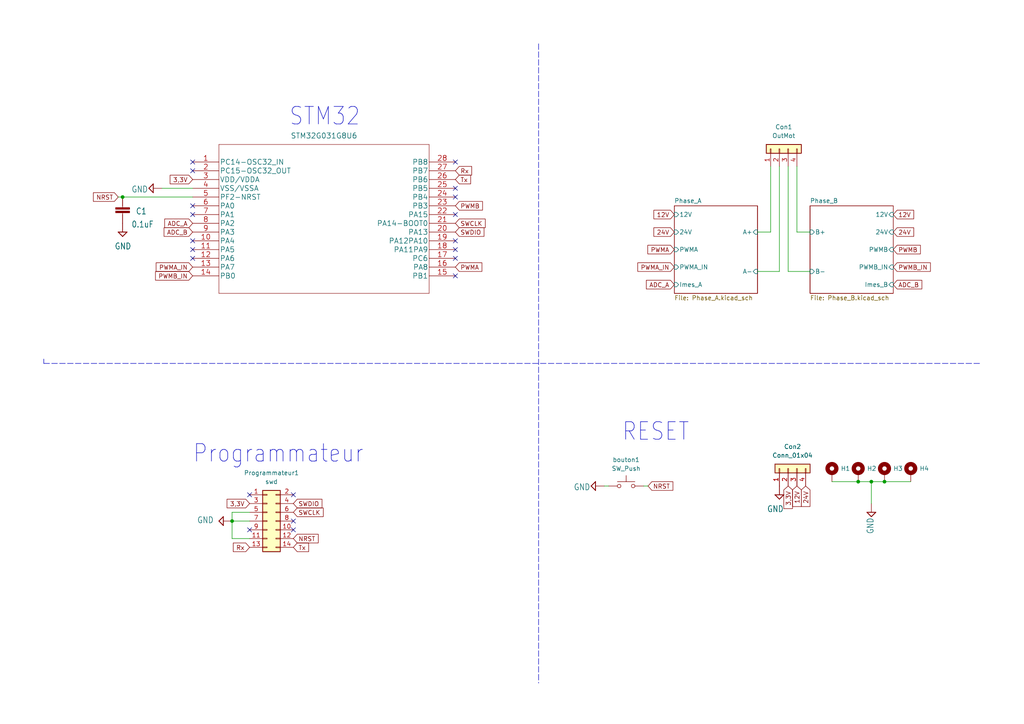
<source format=kicad_sch>
(kicad_sch (version 20211123) (generator eeschema)
  (paper "A4")
  (title_block (title "Driver Stepper Motor") (date "2022-12-27") (rev "2") (company "Tom CHARBONNEAU"))
  (lib_symbols
    (symbol "Connector_Generic:Conn_01x04" (pin_names (offset 1.016) hide)
      (property "Reference" "J" (at 0 5.08 0))
      (property "Value" "Conn_01x04" (at 0 -7.62 0))
      (symbol "Conn_01x04_1_1"
        (rectangle (start -1.27 -4.953) (end 0 -5.207) (stroke (width 0.1524)))
        (rectangle (start -1.27 -2.413) (end 0 -2.667) (stroke (width 0.1524)))
        (rectangle (start -1.27 0.127) (end 0 -0.127) (stroke (width 0.1524)))
        (rectangle (start -1.27 2.667) (end 0 2.413) (stroke (width 0.1524)))
        (rectangle (start -1.27 3.81) (end 1.27 -6.35) (stroke (width 0.254)) (fill (type background)))
        (pin passive line (at -5.08 2.54 0) (length 3.81) (name "Pin_1") (number "1"))
        (pin passive line (at -5.08 0 0) (length 3.81) (name "Pin_2") (number "2"))
        (pin passive line (at -5.08 -2.54 0) (length 3.81) (name "Pin_3") (number "3"))
        (pin passive line (at -5.08 -5.08 0) (length 3.81) (name "Pin_4") (number "4"))
      )
    )
    (symbol "Connector_Generic:Conn_02x07_Odd_Even" (pin_names (offset 1.016) hide)
      (property "Reference" "J" (at 1.27 10.16 0))
      (property "Value" "Conn_02x07_Odd_Even" (at 1.27 -10.16 0))
      (symbol "Conn_02x07_Odd_Even_1_1"
        (rectangle (start -1.27 -7.493) (end 0 -7.747) (stroke (width 0.1524)))
        (rectangle (start -1.27 -4.953) (end 0 -5.207) (stroke (width 0.1524)))
        (rectangle (start -1.27 -2.413) (end 0 -2.667) (stroke (width 0.1524)))
        (rectangle (start -1.27 0.127) (end 0 -0.127) (stroke (width 0.1524)))
        (rectangle (start -1.27 2.667) (end 0 2.413) (stroke (width 0.1524)))
        (rectangle (start -1.27 5.207) (end 0 4.953) (stroke (width 0.1524)))
        (rectangle (start -1.27 7.747) (end 0 7.493) (stroke (width 0.1524)))
        (rectangle (start -1.27 8.89) (end 3.81 -8.89) (stroke (width 0.254)) (fill (type background)))
        (rectangle (start 3.81 -7.493) (end 2.54 -7.747) (stroke (width 0.1524)))
        (rectangle (start 3.81 -4.953) (end 2.54 -5.207) (stroke (width 0.1524)))
        (rectangle (start 3.81 -2.413) (end 2.54 -2.667) (stroke (width 0.1524)))
        (rectangle (start 3.81 0.127) (end 2.54 -0.127) (stroke (width 0.1524)))
        (rectangle (start 3.81 2.667) (end 2.54 2.413) (stroke (width 0.1524)))
        (rectangle (start 3.81 5.207) (end 2.54 4.953) (stroke (width 0.1524)))
        (rectangle (start 3.81 7.747) (end 2.54 7.493) (stroke (width 0.1524)))
        (pin passive line (at -5.08 7.62 0) (length 3.81) (name "Pin_1") (number "1"))
        (pin passive line (at 7.62 -2.54 180) (length 3.81) (name "Pin_10") (number "10"))
        (pin passive line (at -5.08 -5.08 0) (length 3.81) (name "Pin_11") (number "11"))
        (pin passive line (at 7.62 -5.08 180) (length 3.81) (name "Pin_12") (number "12"))
        (pin passive line (at -5.08 -7.62 0) (length 3.81) (name "Pin_13") (number "13"))
        (pin passive line (at 7.62 -7.62 180) (length 3.81) (name "Pin_14") (number "14"))
        (pin passive line (at 7.62 7.62 180) (length 3.81) (name "Pin_2") (number "2"))
        (pin passive line (at -5.08 5.08 0) (length 3.81) (name "Pin_3") (number "3"))
        (pin passive line (at 7.62 5.08 180) (length 3.81) (name "Pin_4") (number "4"))
        (pin passive line (at -5.08 2.54 0) (length 3.81) (name "Pin_5") (number "5"))
        (pin passive line (at 7.62 2.54 180) (length 3.81) (name "Pin_6") (number "6"))
        (pin passive line (at -5.08 0 0) (length 3.81) (name "Pin_7") (number "7"))
        (pin passive line (at 7.62 0 180) (length 3.81) (name "Pin_8") (number "8"))
        (pin passive line (at -5.08 -2.54 0) (length 3.81) (name "Pin_9") (number "9"))
      )
    )
    (symbol "Mechanical:MountingHole_Pad" (pin_numbers hide) (pin_names (offset 1.016) hide)
      (property "Reference" "H" (at 0 6.35 0))
      (property "Value" "MountingHole_Pad" (at 0 4.445 0))
      (symbol "MountingHole_Pad_0_1"
        (circle (center 0 1.27) (radius 1.27) (stroke (width 1.27)))
      )
      (symbol "MountingHole_Pad_1_1"
        (pin input line (at 0 -2.54 90) (length 2.54) (name "1") (number "1"))
      )
    )
    (symbol "Switch:SW_Push" (pin_numbers hide) (pin_names (offset 1.016) hide)
      (property "Reference" "SW" (at 1.27 2.54 0))
      (property "Value" "SW_Push" (at 0 -1.524 0))
      (symbol "SW_Push_0_1"
        (circle (center -2.032 0) (radius 0.508))
        (polyline (pts (xy 0 1.27) (xy 0 3.048)))
        (polyline (pts (xy 2.54 1.27) (xy -2.54 1.27)))
        (circle (center 2.032 0) (radius 0.508))
        (pin passive line (at -5.08 0 0) (length 2.54) (name "1") (number "1"))
        (pin passive line (at 5.08 0 180) (length 2.54) (name "2") (number "2"))
      )
    )
    (symbol "stm32l021-eagle-import:C-EUC0603"
      (property "Reference" "C" (at 1.524 0.381 0))
      (property "Value" "C-EUC0603" (at 1.524 -4.699 0))
      (symbol "C-EUC0603_1_0"
        (rectangle (start -2.032 -2.032) (end 2.032 -1.524) (fill (type outline)))
        (rectangle (start -2.032 -1.016) (end 2.032 -0.508) (fill (type outline)))
        (polyline (pts (xy 0 -2.54) (xy 0 -2.032)) (stroke (width 0.1524)))
        (polyline (pts (xy 0 0) (xy 0 -0.508)) (stroke (width 0.1524)))
        (pin passive line (at 0 2.54 270) (length 2.54) (name "1") (number "1"))
        (pin passive line (at 0 -5.08 90) (length 2.54) (name "2") (number "2"))
      )
    )
    (symbol "stm32l021-eagle-import:GND" (power)
      (property "Value" "GND" (at -1.905 -3.175 0))
      (symbol "GND_1_0"
        (polyline (pts (xy -1.27 0) (xy 1.27 0)) (stroke (width 0.254)))
        (polyline (pts (xy 0 -1.27) (xy -1.27 0)) (stroke (width 0.254)))
        (polyline (pts (xy 1.27 0) (xy 0 -1.27)) (stroke (width 0.254)))
        (pin power_in line (at 0 2.54 270) (length 2.54) (name "GND") (number "1"))
      )
    )
    (symbol "stm:STM32G031G8U6" (pin_names (offset 0.254))
      (property "Reference" "U" (at 38.1 10.16 0))
      (property "Value" "STM32G031G8U6" (at 38.1 7.62 0))
      (symbol "STM32G031G8U6_1_1"
        (polyline (pts (xy 7.62 -38.1) (xy 68.58 -38.1)) (stroke (width 0.127)))
        (polyline (pts (xy 7.62 5.08) (xy 7.62 -38.1)) (stroke (width 0.127)))
        (polyline (pts (xy 68.58 -38.1) (xy 68.58 5.08)) (stroke (width 0.127)))
        (polyline (pts (xy 68.58 5.08) (xy 7.62 5.08)) (stroke (width 0.127)))
        (pin bidirectional line (at 0 0 0) (length 7.62) (name "PC14-OSC32_IN") (number "1"))
        (pin bidirectional line (at 0 -22.86 0) (length 7.62) (name "PA4") (number "10"))
        (pin bidirectional line (at 0 -25.4 0) (length 7.62) (name "PA5") (number "11"))
        (pin bidirectional line (at 0 -27.94 0) (length 7.62) (name "PA6") (number "12"))
        (pin bidirectional line (at 0 -30.48 0) (length 7.62) (name "PA7") (number "13"))
        (pin bidirectional line (at 0 -33.02 0) (length 7.62) (name "PB0") (number "14"))
        (pin bidirectional line (at 76.2 -33.02 180) (length 7.62) (name "PB1") (number "15"))
        (pin bidirectional line (at 76.2 -30.48 180) (length 7.62) (name "PA8") (number "16"))
        (pin bidirectional line (at 76.2 -27.94 180) (length 7.62) (name "PC6") (number "17"))
        (pin bidirectional line (at 76.2 -25.4 180) (length 7.62) (name "PA11PA9") (number "18"))
        (pin bidirectional line (at 76.2 -22.86 180) (length 7.62) (name "PA12PA10") (number "19"))
        (pin bidirectional line (at 0 -2.54 0) (length 7.62) (name "PC15-OSC32_OUT") (number "2"))
        (pin bidirectional line (at 76.2 -20.32 180) (length 7.62) (name "PA13") (number "20"))
        (pin bidirectional line (at 76.2 -17.78 180) (length 7.62) (name "PA14-BOOT0") (number "21"))
        (pin bidirectional line (at 76.2 -15.24 180) (length 7.62) (name "PA15") (number "22"))
        (pin bidirectional line (at 76.2 -12.7 180) (length 7.62) (name "PB3") (number "23"))
        (pin bidirectional line (at 76.2 -10.16 180) (length 7.62) (name "PB4") (number "24"))
        (pin bidirectional line (at 76.2 -7.62 180) (length 7.62) (name "PB5") (number "25"))
        (pin bidirectional line (at 76.2 -5.08 180) (length 7.62) (name "PB6") (number "26"))
        (pin bidirectional line (at 76.2 -2.54 180) (length 7.62) (name "PB7") (number "27"))
        (pin bidirectional line (at 76.2 0 180) (length 7.62) (name "PB8") (number "28"))
        (pin power_in line (at 0 -5.08 0) (length 7.62) (name "VDD/VDDA") (number "3"))
        (pin power_in line (at 0 -7.62 0) (length 7.62) (name "VSS/VSSA") (number "4"))
        (pin bidirectional line (at 0 -10.16 0) (length 7.62) (name "PF2-NRST") (number "5"))
        (pin bidirectional line (at 0 -12.7 0) (length 7.62) (name "PA0") (number "6"))
        (pin bidirectional line (at 0 -15.24 0) (length 7.62) (name "PA1") (number "7"))
        (pin bidirectional line (at 0 -17.78 0) (length 7.62) (name "PA2") (number "8"))
        (pin bidirectional line (at 0 -20.32 0) (length 7.62) (name "PA3") (number "9"))
      )
    )
  )
  (junction (at 252.73 139.7))
  (junction (at 256.54 139.7))
  (junction (at 248.92 139.7))
  (junction (at 35.56 57.15))
  (junction (at 67.31 151.13))
  (no_connect (at 132.08 80.01))
  (no_connect (at 132.08 74.93))
  (no_connect (at 55.88 59.69))
  (no_connect (at 132.08 69.85))
  (no_connect (at 132.08 54.61))
  (no_connect (at 55.88 46.99))
  (no_connect (at 72.39 153.67))
  (no_connect (at 132.08 62.23))
  (no_connect (at 72.39 143.51))
  (no_connect (at 132.08 46.99))
  (no_connect (at 55.88 62.23))
  (no_connect (at 55.88 72.39))
  (no_connect (at 85.09 151.13))
  (no_connect (at 55.88 49.53))
  (no_connect (at 85.09 143.51))
  (no_connect (at 55.88 69.85))
  (no_connect (at 132.08 72.39))
  (no_connect (at 55.88 74.93))
  (no_connect (at 132.08 57.15))
  (no_connect (at 85.09 153.67))
  (wire (pts (xy 175.26 140.97) (xy 176.53 140.97)))
  (wire (pts (xy 46.99 54.61) (xy 55.88 54.61)))
  (wire (pts (xy 72.39 156.21) (xy 67.31 156.21)))
  (polyline (pts (xy 12.7 104.14) (xy 12.7 105.41)))
  (wire (pts (xy 234.95 78.74) (xy 228.6 78.74)))
  (wire (pts (xy 256.54 139.7) (xy 264.16 139.7)))
  (wire (pts (xy 186.69 140.97) (xy 187.96 140.97)))
  (wire (pts (xy 231.14 67.31) (xy 231.14 48.26)))
  (wire (pts (xy 228.6 78.74) (xy 228.6 48.26)))
  (wire (pts (xy 67.31 148.59) (xy 67.31 151.13)))
  (polyline (pts (xy 156.21 12.7) (xy 156.21 198.12)))
  (wire (pts (xy 35.56 57.15) (xy 55.88 57.15)))
  (wire (pts (xy 241.3 139.7) (xy 248.92 139.7)))
  (wire (pts (xy 219.71 67.31) (xy 223.52 67.31)))
  (wire (pts (xy 72.39 148.59) (xy 67.31 148.59)))
  (wire (pts (xy 67.31 151.13) (xy 72.39 151.13)))
  (wire (pts (xy 219.71 78.74) (xy 226.06 78.74)))
  (wire (pts (xy 34.29 57.15) (xy 35.56 57.15)))
  (polyline (pts (xy 12.7 105.41) (xy 284.48 105.41)))
  (wire (pts (xy 252.73 139.7) (xy 256.54 139.7)))
  (wire (pts (xy 67.31 156.21) (xy 67.31 151.13)))
  (wire (pts (xy 248.92 139.7) (xy 252.73 139.7)))
  (wire (pts (xy 252.73 139.7) (xy 252.73 146.05)))
  (wire (pts (xy 226.06 78.74) (xy 226.06 48.26)))
  (wire (pts (xy 234.95 67.31) (xy 231.14 67.31)))
  (wire (pts (xy 223.52 67.31) (xy 223.52 48.26)))
  (text "RESET" (at 180.34 128.27 180) (effects (font (size 5.08 4.318)) (justify left bottom)))
  (text "Programmateur" (at 55.88 134.62 180) (effects (font (size 5.08 4.318)) (justify left bottom)))
  (text "STM32\n" (at 83.82 36.83 180) (effects (font (size 5.08 4.318)) (justify left bottom)))
  (global_label "ADC_A" (shape input) (at 55.88 64.77 180) (property "Intersheet References" "${INTERSHEET_REFS}" (effects hide)))
  (global_label "NRST" (shape input) (at 187.96 140.97 0) (property "Intersheet References" "${INTERSHEET_REFS}" (effects hide)))
  (global_label "ADC_B" (shape input) (at 259.08 82.55 0) (property "Intersheet References" "${INTERSHEET_REFS}" (effects hide)))
  (global_label "PWMA" (shape input) (at 132.08 77.47 0) (property "Intersheet References" "${INTERSHEET_REFS}" (effects hide)))
  (global_label "3,3V" (shape input) (at 72.39 146.05 180) (property "Intersheet References" "${INTERSHEET_REFS}" (effects hide)))
  (global_label "SWDIO" (shape input) (at 85.09 146.05 0) (property "Intersheet References" "${INTERSHEET_REFS}" (effects hide)))
  (global_label "12V" (shape input) (at 195.58 62.23 180) (property "Intersheet References" "${INTERSHEET_REFS}" (effects hide)))
  (global_label "NRST" (shape input) (at 34.29 57.15 180) (property "Intersheet References" "${INTERSHEET_REFS}" (effects hide)))
  (global_label "NRST" (shape input) (at 85.09 156.21 0) (property "Intersheet References" "${INTERSHEET_REFS}" (effects hide)))
  (global_label "ADC_B" (shape input) (at 55.88 67.31 180) (property "Intersheet References" "${INTERSHEET_REFS}" (effects hide)))
  (global_label "12V" (shape input) (at 259.08 62.23 0) (property "Intersheet References" "${INTERSHEET_REFS}" (effects hide)))
  (global_label "PWMB" (shape input) (at 259.08 72.39 0) (property "Intersheet References" "${INTERSHEET_REFS}" (effects hide)))
  (global_label "PWMA" (shape input) (at 195.58 72.39 180) (property "Intersheet References" "${INTERSHEET_REFS}" (effects hide)))
  (global_label "Tx" (shape input) (at 132.08 52.07 0) (property "Intersheet References" "${INTERSHEET_REFS}" (effects hide)))
  (global_label "Rx" (shape input) (at 72.39 158.75 180) (property "Intersheet References" "${INTERSHEET_REFS}" (effects hide)))
  (global_label "Tx" (shape input) (at 85.09 158.75 0) (property "Intersheet References" "${INTERSHEET_REFS}" (effects hide)))
  (global_label "Rx" (shape input) (at 132.08 49.53 0) (property "Intersheet References" "${INTERSHEET_REFS}" (effects hide)))
  (global_label "3,3V" (shape input) (at 55.88 52.07 180) (property "Intersheet References" "${INTERSHEET_REFS}" (effects hide)))
  (global_label "3,3V" (shape input) (at 228.6 140.97 270) (property "Intersheet References" "${INTERSHEET_REFS}" (effects hide)))
  (global_label "PWMB_IN" (shape input) (at 55.88 80.01 180) (property "Intersheet References" "${INTERSHEET_REFS}" (effects hide)))
  (global_label "PWMA_IN" (shape input) (at 195.58 77.47 180) (property "Intersheet References" "${INTERSHEET_REFS}" (effects hide)))
  (global_label "ADC_A" (shape input) (at 195.58 82.55 180) (property "Intersheet References" "${INTERSHEET_REFS}" (effects hide)))
  (global_label "SWCLK" (shape input) (at 85.09 148.59 0) (property "Intersheet References" "${INTERSHEET_REFS}" (effects hide)))
  (global_label "PWMB_IN" (shape input) (at 259.08 77.47 0) (property "Intersheet References" "${INTERSHEET_REFS}" (effects hide)))
  (global_label "24V" (shape input) (at 233.68 140.97 270) (property "Intersheet References" "${INTERSHEET_REFS}" (effects hide)))
  (global_label "SWDIO" (shape input) (at 132.08 67.31 0) (property "Intersheet References" "${INTERSHEET_REFS}" (effects hide)))
  (global_label "12V" (shape input) (at 231.14 140.97 270) (property "Intersheet References" "${INTERSHEET_REFS}" (effects hide)))
  (global_label "PWMB" (shape input) (at 132.08 59.69 0) (property "Intersheet References" "${INTERSHEET_REFS}" (effects hide)))
  (global_label "PWMA_IN" (shape input) (at 55.88 77.47 180) (property "Intersheet References" "${INTERSHEET_REFS}" (effects hide)))
  (global_label "24V" (shape input) (at 195.58 67.31 180) (property "Intersheet References" "${INTERSHEET_REFS}" (effects hide)))
  (global_label "24V" (shape input) (at 259.08 67.31 0) (property "Intersheet References" "${INTERSHEET_REFS}" (effects hide)))
  (global_label "SWCLK" (shape input) (at 132.08 64.77 0) (property "Intersheet References" "${INTERSHEET_REFS}" (effects hide)))
  (symbol (lib_id "Connector_Generic:Conn_01x04") (at 226.06 43.18 90) (unit 1)
    (property "Reference" "Con1" (at 227.33 36.83 90))
    (property "Value" "OutMot" (at 227.33 39.37 90))
    (property "Footprint" "Connector_JST:JST_XH_B4B-XH-A_1x04_P2.50mm_Vertical" (effects hide))
  )
  (symbol (lib_id "stm:STM32G031G8U6") (at 55.88 46.99 0) (unit 1)
    (property "Reference" "U1" (effects hide))
    (property "Value" "STM32G031G8U6" (at 93.98 39.37 0) (effects (font (size 1.524 1.524))))
    (property "Footprint" "Package_DFN_QFN:QFN-28_4x4mm_P0.5mm" (effects hide))
  )
  (symbol (lib_id "stm32l021-eagle-import:C-EUC0603") (at 35.56 59.69 0) (unit 1)
    (property "Reference" "C1" (at 39.37 62.23 0) (effects (font (size 1.778 1.5113)) (justify left bottom)))
    (property "Value" "0.1uF" (at 38.1 66.04 0) (effects (font (size 1.778 1.5113)) (justify left bottom)))
    (property "Footprint" "Capacitor_SMD:C_0603_1608Metric" (effects hide))
  )
  (symbol (lib_id "stm32l021-eagle-import:GND") (at 172.72 140.97 270) (unit 1)
    (property "Reference" "#SUPPLY0102" (effects hide))
    (property "Value" "GND" (at 166.37 142.24 90) (effects (font (size 1.778 1.5113)) (justify left bottom)))
    (property "Footprint" "stm32l021:" (effects hide))
  )
  (symbol (lib_id "Switch:SW_Push") (at 181.61 140.97 0) (unit 1)
    (property "Reference" "bouton1" (at 181.61 133.35 0))
    (property "Value" "SW_Push" (at 181.61 135.89 0))
    (property "Footprint" "Button_Switch_THT:SW_PUSH_6mm" (effects hide))
  )
  (symbol (lib_id "stm32l021-eagle-import:GND") (at 35.56 67.31 0) (mirror y) (unit 1)
    (property "Reference" "#SUPPLY0103" (effects hide))
    (property "Value" "GND" (at 38.1 72.39 0) (effects (font (size 1.778 1.5113)) (justify left bottom)))
    (property "Footprint" "stm32l021:" (effects hide))
  )
  (symbol (lib_id "Mechanical:MountingHole_Pad") (at 248.92 137.16 0) (unit 1)
    (property "Reference" "H2" (at 251.46 135.89 0) (effects (justify left)))
    (property "Value" "MountingHole_Pad" (effects hide))
    (property "Footprint" "MountingHole:MountingHole_3.2mm_M3_Pad_Via" (effects hide))
  )
  (symbol (lib_id "Mechanical:MountingHole_Pad") (at 256.54 137.16 0) (unit 1)
    (property "Reference" "H3" (at 259.08 135.8899 0) (effects (justify left)))
    (property "Value" "MountingHole_Pad" (effects hide))
    (property "Footprint" "MountingHole:MountingHole_3.2mm_M3_Pad_Via" (effects hide))
  )
  (symbol (lib_id "stm32l021-eagle-import:GND") (at 226.06 143.51 0) (mirror y) (unit 1)
    (property "Reference" "#SUPPLY0106" (effects hide))
    (property "Value" "GND" (at 227.33 148.59 0) (effects (font (size 1.778 1.5113)) (justify left bottom)))
    (property "Footprint" "stm32l021:" (effects hide))
  )
  (symbol (lib_id "stm32l021-eagle-import:GND") (at 252.73 148.59 0) (mirror y) (unit 1)
    (property "Reference" "#SUPPLY0105" (effects hide))
    (property "Value" "GND" (at 251.46 154.94 90) (effects (font (size 1.778 1.5113)) (justify left bottom)))
    (property "Footprint" "stm32l021:" (effects hide))
  )
  (symbol (lib_id "Mechanical:MountingHole_Pad") (at 264.16 137.16 0) (unit 1)
    (property "Reference" "H4" (at 266.7 135.8899 0) (effects (justify left)))
    (property "Value" "MountingHole_Pad" (effects hide))
    (property "Footprint" "MountingHole:MountingHole_3.2mm_M3_Pad_Via" (effects hide))
  )
  (symbol (lib_id "stm32l021-eagle-import:GND") (at 44.45 54.61 270) (unit 1)
    (property "Reference" "#SUPPLY0104" (effects hide))
    (property "Value" "GND" (at 38.1 55.88 90) (effects (font (size 1.778 1.5113)) (justify left bottom)))
    (property "Footprint" "stm32l021:" (effects hide))
  )
  (symbol (lib_id "Connector_Generic:Conn_01x04") (at 228.6 135.89 90) (unit 1)
    (property "Reference" "Con2" (at 229.87 129.54 90))
    (property "Value" "Conn_01x04" (at 229.87 132.08 90))
    (property "Footprint" "Connector_JST:JST_XH_B4B-XH-A_1x04_P2.50mm_Vertical" (effects hide))
  )
  (symbol (lib_id "Connector_Generic:Conn_02x07_Odd_Even") (at 77.47 151.13 0) (unit 1)
    (property "Reference" "Programmateur1" (at 78.74 137.16 0))
    (property "Value" "swd" (at 78.74 139.7 0))
    (property "Footprint" "Connector_PinHeader_1.27mm:PinHeader_2x07_P1.27mm_Vertical_SMD" (effects hide))
  )
  (symbol (lib_id "Mechanical:MountingHole_Pad") (at 241.3 137.16 0) (unit 1)
    (property "Reference" "H1" (at 243.84 135.8899 0) (effects (justify left)))
    (property "Value" "MountingHole_Pad" (effects hide))
    (property "Footprint" "MountingHole:MountingHole_3.2mm_M3_Pad_Via" (effects hide))
  )
  (symbol (lib_id "stm32l021-eagle-import:GND") (at 64.77 151.13 270) (mirror x) (unit 1)
    (property "Reference" "#SUPPLY0101" (effects hide))
    (property "Value" "GND" (at 57.15 149.86 90) (effects (font (size 1.778 1.5113)) (justify left bottom)))
    (property "Footprint" "stm32l021:" (effects hide))
  )
  (sheet (at 195.58 59.69) (size 24.13 25.4) (stroke (width 0.1524))
    (property "Sheet name" "Phase_A" (at 195.58 58.9784 0) (effects (justify left bottom)))
    (property "Sheet file" "Phase_A.kicad_sch" (at 195.58 85.6746 0) (effects (justify left top)))
    (pin "12V" input (at 195.58 62.23 180))
    (pin "PWMA_IN" input (at 195.58 77.47 180))
    (pin "PWMA" input (at 195.58 72.39 180))
    (pin "24V" input (at 195.58 67.31 180))
    (pin "Imes_A" input (at 195.58 82.55 180))
    (pin "A+" input (at 219.71 67.31 0))
    (pin "A-" input (at 219.71 78.74 0))
  )
  (sheet (at 234.95 59.69) (size 24.13 25.4) (stroke (width 0.1524))
    (property "Sheet name" "Phase_B" (at 234.95 58.9784 0) (effects (justify left bottom)))
    (property "Sheet file" "Phase_B.kicad_sch" (at 234.95 85.6746 0) (effects (justify left top)))
    (pin "12V" input (at 259.08 62.23 0))
    (pin "B-" input (at 234.95 78.74 180))
    (pin "B+" input (at 234.95 67.31 180))
    (pin "24V" input (at 259.08 67.31 0))
    (pin "Imes_B" input (at 259.08 82.55 0))
    (pin "PWMB" input (at 259.08 72.39 0))
    (pin "PWMB_IN" input (at 259.08 77.47 0))
  )
)
</source>
